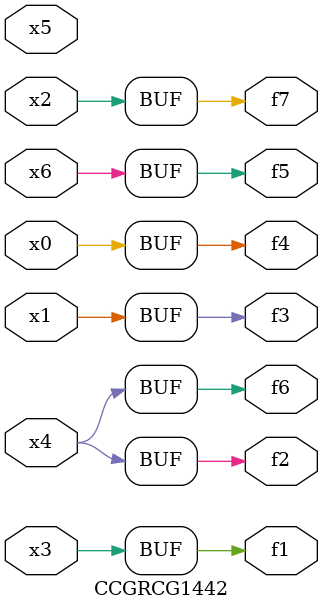
<source format=v>
module CCGRCG1442(
	input x0, x1, x2, x3, x4, x5, x6,
	output f1, f2, f3, f4, f5, f6, f7
);
	assign f1 = x3;
	assign f2 = x4;
	assign f3 = x1;
	assign f4 = x0;
	assign f5 = x6;
	assign f6 = x4;
	assign f7 = x2;
endmodule

</source>
